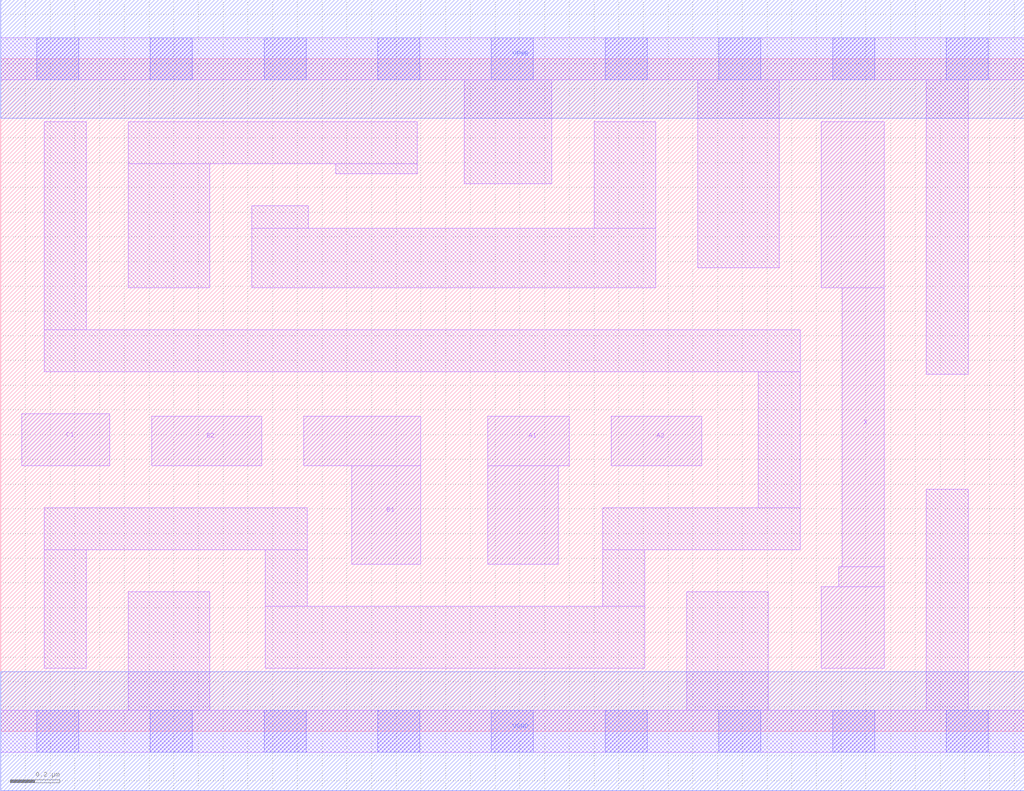
<source format=lef>
# Copyright 2020 The SkyWater PDK Authors
#
# Licensed under the Apache License, Version 2.0 (the "License");
# you may not use this file except in compliance with the License.
# You may obtain a copy of the License at
#
#     https://www.apache.org/licenses/LICENSE-2.0
#
# Unless required by applicable law or agreed to in writing, software
# distributed under the License is distributed on an "AS IS" BASIS,
# WITHOUT WARRANTIES OR CONDITIONS OF ANY KIND, either express or implied.
# See the License for the specific language governing permissions and
# limitations under the License.
#
# SPDX-License-Identifier: Apache-2.0

VERSION 5.7 ;
  NAMESCASESENSITIVE ON ;
  NOWIREEXTENSIONATPIN ON ;
  DIVIDERCHAR "/" ;
  BUSBITCHARS "[]" ;
UNITS
  DATABASE MICRONS 200 ;
END UNITS
MACRO sky130_fd_sc_hd__a221o_2
  CLASS CORE ;
  SOURCE USER ;
  FOREIGN sky130_fd_sc_hd__a221o_2 ;
  ORIGIN  0.000000  0.000000 ;
  SIZE  4.140000 BY  2.720000 ;
  SYMMETRY X Y R90 ;
  SITE unithd ;
  PIN A1
    ANTENNAGATEAREA  0.247500 ;
    DIRECTION INPUT ;
    USE SIGNAL ;
    PORT
      LAYER li1 ;
        RECT 1.970000 0.675000 2.255000 1.075000 ;
        RECT 1.970000 1.075000 2.300000 1.275000 ;
    END
  END A1
  PIN A2
    ANTENNAGATEAREA  0.247500 ;
    DIRECTION INPUT ;
    USE SIGNAL ;
    PORT
      LAYER li1 ;
        RECT 2.470000 1.075000 2.835000 1.275000 ;
    END
  END A2
  PIN B1
    ANTENNAGATEAREA  0.247500 ;
    DIRECTION INPUT ;
    USE SIGNAL ;
    PORT
      LAYER li1 ;
        RECT 1.225000 1.075000 1.700000 1.275000 ;
        RECT 1.420000 0.675000 1.700000 1.075000 ;
    END
  END B1
  PIN B2
    ANTENNAGATEAREA  0.247500 ;
    DIRECTION INPUT ;
    USE SIGNAL ;
    PORT
      LAYER li1 ;
        RECT 0.610000 1.075000 1.055000 1.275000 ;
    END
  END B2
  PIN C1
    ANTENNAGATEAREA  0.247500 ;
    DIRECTION INPUT ;
    USE SIGNAL ;
    PORT
      LAYER li1 ;
        RECT 0.085000 1.075000 0.440000 1.285000 ;
    END
  END C1
  PIN X
    ANTENNADIFFAREA  0.445500 ;
    DIRECTION OUTPUT ;
    USE SIGNAL ;
    PORT
      LAYER li1 ;
        RECT 3.320000 0.255000 3.575000 0.585000 ;
        RECT 3.320000 1.795000 3.575000 2.465000 ;
        RECT 3.390000 0.585000 3.575000 0.665000 ;
        RECT 3.405000 0.665000 3.575000 1.795000 ;
    END
  END X
  PIN VGND
    DIRECTION INOUT ;
    SHAPE ABUTMENT ;
    USE GROUND ;
    PORT
      LAYER met1 ;
        RECT 0.000000 -0.240000 4.140000 0.240000 ;
    END
  END VGND
  PIN VPWR
    DIRECTION INOUT ;
    SHAPE ABUTMENT ;
    USE POWER ;
    PORT
      LAYER met1 ;
        RECT 0.000000 2.480000 4.140000 2.960000 ;
    END
  END VPWR
  OBS
    LAYER li1 ;
      RECT 0.000000 -0.085000 4.140000 0.085000 ;
      RECT 0.000000  2.635000 4.140000 2.805000 ;
      RECT 0.175000  0.255000 0.345000 0.735000 ;
      RECT 0.175000  0.735000 1.240000 0.905000 ;
      RECT 0.175000  1.455000 3.235000 1.625000 ;
      RECT 0.175000  1.625000 0.345000 2.465000 ;
      RECT 0.515000  0.085000 0.845000 0.565000 ;
      RECT 0.515000  1.795000 0.845000 2.295000 ;
      RECT 0.515000  2.295000 1.685000 2.465000 ;
      RECT 1.015000  1.795000 2.650000 2.035000 ;
      RECT 1.015000  2.035000 1.245000 2.125000 ;
      RECT 1.070000  0.255000 2.605000 0.505000 ;
      RECT 1.070000  0.505000 1.240000 0.735000 ;
      RECT 1.355000  2.255000 1.685000 2.295000 ;
      RECT 1.875000  2.215000 2.230000 2.635000 ;
      RECT 2.400000  2.035000 2.650000 2.465000 ;
      RECT 2.435000  0.505000 2.605000 0.735000 ;
      RECT 2.435000  0.735000 3.235000 0.905000 ;
      RECT 2.775000  0.085000 3.105000 0.565000 ;
      RECT 2.820000  1.875000 3.150000 2.635000 ;
      RECT 3.065000  0.905000 3.235000 1.455000 ;
      RECT 3.745000  0.085000 3.915000 0.980000 ;
      RECT 3.745000  1.445000 3.915000 2.635000 ;
    LAYER mcon ;
      RECT 0.145000 -0.085000 0.315000 0.085000 ;
      RECT 0.145000  2.635000 0.315000 2.805000 ;
      RECT 0.605000 -0.085000 0.775000 0.085000 ;
      RECT 0.605000  2.635000 0.775000 2.805000 ;
      RECT 1.065000 -0.085000 1.235000 0.085000 ;
      RECT 1.065000  2.635000 1.235000 2.805000 ;
      RECT 1.525000 -0.085000 1.695000 0.085000 ;
      RECT 1.525000  2.635000 1.695000 2.805000 ;
      RECT 1.985000 -0.085000 2.155000 0.085000 ;
      RECT 1.985000  2.635000 2.155000 2.805000 ;
      RECT 2.445000 -0.085000 2.615000 0.085000 ;
      RECT 2.445000  2.635000 2.615000 2.805000 ;
      RECT 2.905000 -0.085000 3.075000 0.085000 ;
      RECT 2.905000  2.635000 3.075000 2.805000 ;
      RECT 3.365000 -0.085000 3.535000 0.085000 ;
      RECT 3.365000  2.635000 3.535000 2.805000 ;
      RECT 3.825000 -0.085000 3.995000 0.085000 ;
      RECT 3.825000  2.635000 3.995000 2.805000 ;
  END
END sky130_fd_sc_hd__a221o_2
END LIBRARY

</source>
